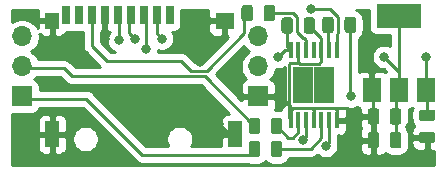
<source format=gbr>
%TF.GenerationSoftware,KiCad,Pcbnew,(5.1.6)-1*%
%TF.CreationDate,2021-02-04T13:42:59-06:00*%
%TF.ProjectId,Pikatea SD card Module,50696b61-7465-4612-9053-442063617264,rev?*%
%TF.SameCoordinates,Original*%
%TF.FileFunction,Copper,L1,Top*%
%TF.FilePolarity,Positive*%
%FSLAX46Y46*%
G04 Gerber Fmt 4.6, Leading zero omitted, Abs format (unit mm)*
G04 Created by KiCad (PCBNEW (5.1.6)-1) date 2021-02-04 13:42:59*
%MOMM*%
%LPD*%
G01*
G04 APERTURE LIST*
%TA.AperFunction,ComponentPad*%
%ADD10O,1.700000X1.700000*%
%TD*%
%TA.AperFunction,ComponentPad*%
%ADD11R,1.700000X1.700000*%
%TD*%
%TA.AperFunction,SMDPad,CuDef*%
%ADD12R,1.800000X1.500000*%
%TD*%
%TA.AperFunction,SMDPad,CuDef*%
%ADD13R,0.450000X1.450000*%
%TD*%
%TA.AperFunction,SMDPad,CuDef*%
%ADD14R,0.700000X1.600000*%
%TD*%
%TA.AperFunction,SMDPad,CuDef*%
%ADD15R,1.200000X1.400000*%
%TD*%
%TA.AperFunction,SMDPad,CuDef*%
%ADD16R,1.600000X1.400000*%
%TD*%
%TA.AperFunction,SMDPad,CuDef*%
%ADD17R,1.200000X2.200000*%
%TD*%
%TA.AperFunction,SMDPad,CuDef*%
%ADD18R,1.500000X2.000000*%
%TD*%
%TA.AperFunction,SMDPad,CuDef*%
%ADD19R,3.800000X2.000000*%
%TD*%
%TA.AperFunction,ViaPad*%
%ADD20C,0.800000*%
%TD*%
%TA.AperFunction,Conductor*%
%ADD21C,0.250000*%
%TD*%
%TA.AperFunction,Conductor*%
%ADD22C,0.254000*%
%TD*%
G04 APERTURE END LIST*
%TO.P,R2,2*%
%TO.N,CS*%
%TA.AperFunction,SMDPad,CuDef*%
G36*
G01*
X217800000Y-75906250D02*
X217800000Y-74993750D01*
G75*
G02*
X218043750Y-74750000I243750J0D01*
G01*
X218531250Y-74750000D01*
G75*
G02*
X218775000Y-74993750I0J-243750D01*
G01*
X218775000Y-75906250D01*
G75*
G02*
X218531250Y-76150000I-243750J0D01*
G01*
X218043750Y-76150000D01*
G75*
G02*
X217800000Y-75906250I0J243750D01*
G01*
G37*
%TD.AperFunction*%
%TO.P,R2,1*%
%TO.N,Net-(R2-Pad1)*%
%TA.AperFunction,SMDPad,CuDef*%
G36*
G01*
X215925000Y-75906250D02*
X215925000Y-74993750D01*
G75*
G02*
X216168750Y-74750000I243750J0D01*
G01*
X216656250Y-74750000D01*
G75*
G02*
X216900000Y-74993750I0J-243750D01*
G01*
X216900000Y-75906250D01*
G75*
G02*
X216656250Y-76150000I-243750J0D01*
G01*
X216168750Y-76150000D01*
G75*
G02*
X215925000Y-75906250I0J243750D01*
G01*
G37*
%TD.AperFunction*%
%TD*%
%TO.P,R1,2*%
%TO.N,Net-(R1-Pad2)*%
%TA.AperFunction,SMDPad,CuDef*%
G36*
G01*
X210050000Y-73993750D02*
X210050000Y-74906250D01*
G75*
G02*
X209806250Y-75150000I-243750J0D01*
G01*
X209318750Y-75150000D01*
G75*
G02*
X209075000Y-74906250I0J243750D01*
G01*
X209075000Y-73993750D01*
G75*
G02*
X209318750Y-73750000I243750J0D01*
G01*
X209806250Y-73750000D01*
G75*
G02*
X210050000Y-73993750I0J-243750D01*
G01*
G37*
%TD.AperFunction*%
%TO.P,R1,1*%
%TO.N,Net-(R1-Pad1)*%
%TA.AperFunction,SMDPad,CuDef*%
G36*
G01*
X211925000Y-73993750D02*
X211925000Y-74906250D01*
G75*
G02*
X211681250Y-75150000I-243750J0D01*
G01*
X211193750Y-75150000D01*
G75*
G02*
X210950000Y-74906250I0J243750D01*
G01*
X210950000Y-73993750D01*
G75*
G02*
X211193750Y-73750000I243750J0D01*
G01*
X211681250Y-73750000D01*
G75*
G02*
X211925000Y-73993750I0J-243750D01*
G01*
G37*
%TD.AperFunction*%
%TD*%
%TO.P,R4,2*%
%TO.N,MOSI*%
%TA.AperFunction,SMDPad,CuDef*%
G36*
G01*
X210662500Y-83543750D02*
X210662500Y-84456250D01*
G75*
G02*
X210418750Y-84700000I-243750J0D01*
G01*
X209931250Y-84700000D01*
G75*
G02*
X209687500Y-84456250I0J243750D01*
G01*
X209687500Y-83543750D01*
G75*
G02*
X209931250Y-83300000I243750J0D01*
G01*
X210418750Y-83300000D01*
G75*
G02*
X210662500Y-83543750I0J-243750D01*
G01*
G37*
%TD.AperFunction*%
%TO.P,R4,1*%
%TO.N,Net-(R4-Pad1)*%
%TA.AperFunction,SMDPad,CuDef*%
G36*
G01*
X212537500Y-83543750D02*
X212537500Y-84456250D01*
G75*
G02*
X212293750Y-84700000I-243750J0D01*
G01*
X211806250Y-84700000D01*
G75*
G02*
X211562500Y-84456250I0J243750D01*
G01*
X211562500Y-83543750D01*
G75*
G02*
X211806250Y-83300000I243750J0D01*
G01*
X212293750Y-83300000D01*
G75*
G02*
X212537500Y-83543750I0J-243750D01*
G01*
G37*
%TD.AperFunction*%
%TD*%
%TO.P,R3,2*%
%TO.N,SCK*%
%TA.AperFunction,SMDPad,CuDef*%
G36*
G01*
X210662500Y-85493750D02*
X210662500Y-86406250D01*
G75*
G02*
X210418750Y-86650000I-243750J0D01*
G01*
X209931250Y-86650000D01*
G75*
G02*
X209687500Y-86406250I0J243750D01*
G01*
X209687500Y-85493750D01*
G75*
G02*
X209931250Y-85250000I243750J0D01*
G01*
X210418750Y-85250000D01*
G75*
G02*
X210662500Y-85493750I0J-243750D01*
G01*
G37*
%TD.AperFunction*%
%TO.P,R3,1*%
%TO.N,Net-(R3-Pad1)*%
%TA.AperFunction,SMDPad,CuDef*%
G36*
G01*
X212537500Y-85493750D02*
X212537500Y-86406250D01*
G75*
G02*
X212293750Y-86650000I-243750J0D01*
G01*
X211806250Y-86650000D01*
G75*
G02*
X211562500Y-86406250I0J243750D01*
G01*
X211562500Y-85493750D01*
G75*
G02*
X211806250Y-85250000I243750J0D01*
G01*
X212293750Y-85250000D01*
G75*
G02*
X212537500Y-85493750I0J-243750D01*
G01*
G37*
%TD.AperFunction*%
%TD*%
%TO.P,C4,2*%
%TO.N,GND*%
%TA.AperFunction,SMDPad,CuDef*%
G36*
G01*
X220737500Y-84743750D02*
X220737500Y-85656250D01*
G75*
G02*
X220493750Y-85900000I-243750J0D01*
G01*
X220006250Y-85900000D01*
G75*
G02*
X219762500Y-85656250I0J243750D01*
G01*
X219762500Y-84743750D01*
G75*
G02*
X220006250Y-84500000I243750J0D01*
G01*
X220493750Y-84500000D01*
G75*
G02*
X220737500Y-84743750I0J-243750D01*
G01*
G37*
%TD.AperFunction*%
%TO.P,C4,1*%
%TO.N,3.3v*%
%TA.AperFunction,SMDPad,CuDef*%
G36*
G01*
X222612500Y-84743750D02*
X222612500Y-85656250D01*
G75*
G02*
X222368750Y-85900000I-243750J0D01*
G01*
X221881250Y-85900000D01*
G75*
G02*
X221637500Y-85656250I0J243750D01*
G01*
X221637500Y-84743750D01*
G75*
G02*
X221881250Y-84500000I243750J0D01*
G01*
X222368750Y-84500000D01*
G75*
G02*
X222612500Y-84743750I0J-243750D01*
G01*
G37*
%TD.AperFunction*%
%TD*%
%TO.P,C3,2*%
%TO.N,GND*%
%TA.AperFunction,SMDPad,CuDef*%
G36*
G01*
X220737500Y-82743750D02*
X220737500Y-83656250D01*
G75*
G02*
X220493750Y-83900000I-243750J0D01*
G01*
X220006250Y-83900000D01*
G75*
G02*
X219762500Y-83656250I0J243750D01*
G01*
X219762500Y-82743750D01*
G75*
G02*
X220006250Y-82500000I243750J0D01*
G01*
X220493750Y-82500000D01*
G75*
G02*
X220737500Y-82743750I0J-243750D01*
G01*
G37*
%TD.AperFunction*%
%TO.P,C3,1*%
%TO.N,3.3v*%
%TA.AperFunction,SMDPad,CuDef*%
G36*
G01*
X222612500Y-82743750D02*
X222612500Y-83656250D01*
G75*
G02*
X222368750Y-83900000I-243750J0D01*
G01*
X221881250Y-83900000D01*
G75*
G02*
X221637500Y-83656250I0J243750D01*
G01*
X221637500Y-82743750D01*
G75*
G02*
X221881250Y-82500000I243750J0D01*
G01*
X222368750Y-82500000D01*
G75*
G02*
X222612500Y-82743750I0J-243750D01*
G01*
G37*
%TD.AperFunction*%
%TD*%
%TO.P,C2,2*%
%TO.N,GND*%
%TA.AperFunction,SMDPad,CuDef*%
G36*
G01*
X224343750Y-84487500D02*
X225256250Y-84487500D01*
G75*
G02*
X225500000Y-84731250I0J-243750D01*
G01*
X225500000Y-85218750D01*
G75*
G02*
X225256250Y-85462500I-243750J0D01*
G01*
X224343750Y-85462500D01*
G75*
G02*
X224100000Y-85218750I0J243750D01*
G01*
X224100000Y-84731250D01*
G75*
G02*
X224343750Y-84487500I243750J0D01*
G01*
G37*
%TD.AperFunction*%
%TO.P,C2,1*%
%TO.N,5v*%
%TA.AperFunction,SMDPad,CuDef*%
G36*
G01*
X224343750Y-82612500D02*
X225256250Y-82612500D01*
G75*
G02*
X225500000Y-82856250I0J-243750D01*
G01*
X225500000Y-83343750D01*
G75*
G02*
X225256250Y-83587500I-243750J0D01*
G01*
X224343750Y-83587500D01*
G75*
G02*
X224100000Y-83343750I0J243750D01*
G01*
X224100000Y-82856250D01*
G75*
G02*
X224343750Y-82612500I243750J0D01*
G01*
G37*
%TD.AperFunction*%
%TD*%
%TO.P,C1,2*%
%TO.N,GND*%
%TA.AperFunction,SMDPad,CuDef*%
G36*
G01*
X214337500Y-75956250D02*
X214337500Y-75043750D01*
G75*
G02*
X214581250Y-74800000I243750J0D01*
G01*
X215068750Y-74800000D01*
G75*
G02*
X215312500Y-75043750I0J-243750D01*
G01*
X215312500Y-75956250D01*
G75*
G02*
X215068750Y-76200000I-243750J0D01*
G01*
X214581250Y-76200000D01*
G75*
G02*
X214337500Y-75956250I0J243750D01*
G01*
G37*
%TD.AperFunction*%
%TO.P,C1,1*%
%TO.N,3.3v*%
%TA.AperFunction,SMDPad,CuDef*%
G36*
G01*
X212462500Y-75956250D02*
X212462500Y-75043750D01*
G75*
G02*
X212706250Y-74800000I243750J0D01*
G01*
X213193750Y-74800000D01*
G75*
G02*
X213437500Y-75043750I0J-243750D01*
G01*
X213437500Y-75956250D01*
G75*
G02*
X213193750Y-76200000I-243750J0D01*
G01*
X212706250Y-76200000D01*
G75*
G02*
X212462500Y-75956250I0J243750D01*
G01*
G37*
%TD.AperFunction*%
%TD*%
D10*
%TO.P,J2,3*%
%TO.N,5v*%
X210500000Y-76420000D03*
%TO.P,J2,2*%
%TO.N,Net-(J2-Pad2)*%
X210500000Y-78960000D03*
D11*
%TO.P,J2,1*%
%TO.N,GND*%
X210500000Y-81500000D03*
%TD*%
D10*
%TO.P,J1,3*%
%TO.N,CS*%
X190500000Y-76420000D03*
%TO.P,J1,2*%
%TO.N,MOSI*%
X190500000Y-78960000D03*
D11*
%TO.P,J1,1*%
%TO.N,SCK*%
X190500000Y-81500000D03*
%TD*%
D12*
%TO.P,U2,15*%
%TO.N,N/C*%
X214300000Y-81300000D03*
D13*
%TO.P,U2,14*%
%TO.N,3.3v*%
X213250000Y-77600000D03*
%TO.P,U2,13*%
%TO.N,GND*%
X213900000Y-77600000D03*
%TO.P,U2,12*%
%TO.N,Net-(R1-Pad1)*%
X214550000Y-77600000D03*
%TO.P,U2,11*%
%TO.N,MISO*%
X215200000Y-77600000D03*
%TO.P,U2,10*%
%TO.N,GND*%
X215850000Y-77600000D03*
%TO.P,U2,9*%
%TO.N,Net-(R2-Pad1)*%
X216500000Y-77600000D03*
%TO.P,U2,8*%
%TO.N,Net-(U2-Pad8)*%
X217150000Y-77600000D03*
%TO.P,U2,7*%
%TO.N,GND*%
X217150000Y-83500000D03*
%TO.P,U2,6*%
%TO.N,Net-(U2-Pad6)*%
X216500000Y-83500000D03*
%TO.P,U2,5*%
%TO.N,Net-(R3-Pad1)*%
X215850000Y-83500000D03*
%TO.P,U2,4*%
%TO.N,GND*%
X215200000Y-83500000D03*
%TO.P,U2,3*%
%TO.N,Net-(U2-Pad3)*%
X214550000Y-83500000D03*
%TO.P,U2,2*%
%TO.N,Net-(R4-Pad1)*%
X213900000Y-83500000D03*
%TO.P,U2,1*%
%TO.N,GND*%
X213250000Y-83500000D03*
D12*
%TO.P,U2,15*%
%TO.N,N/C*%
X214300000Y-79800000D03*
X216100000Y-79800000D03*
X216100000Y-81300000D03*
%TD*%
D14*
%TO.P,XS1,3*%
%TO.N,Net-(U2-Pad3)*%
X200800000Y-74600000D03*
%TO.P,XS1,2*%
%TO.N,Net-(U2-Pad8)*%
X201900000Y-74600000D03*
%TO.P,XS1,1*%
%TO.N,Net-(XS1-Pad1)*%
X203000000Y-74600000D03*
%TO.P,XS1,4*%
%TO.N,3.3v*%
X199700000Y-74600000D03*
%TO.P,XS1,5*%
%TO.N,Net-(U2-Pad6)*%
X198600000Y-74600000D03*
%TO.P,XS1,6*%
%TO.N,GND*%
X197500000Y-74600000D03*
%TO.P,XS1,8*%
%TO.N,Net-(XS1-Pad8)*%
X195300000Y-74600000D03*
%TO.P,XS1,7*%
%TO.N,Net-(R1-Pad2)*%
X196400000Y-74600000D03*
%TO.P,XS1,9*%
%TO.N,Net-(XS1-Pad9)*%
X194200000Y-74600000D03*
D15*
%TO.P,XS1,6*%
%TO.N,GND*%
X193050000Y-75100000D03*
D16*
X207650000Y-75100000D03*
D17*
X193050000Y-84700000D03*
X208550000Y-84700000D03*
%TD*%
D18*
%TO.P,U1,1*%
%TO.N,GND*%
X220100000Y-80950000D03*
%TO.P,U1,3*%
%TO.N,5v*%
X224700000Y-80950000D03*
%TO.P,U1,2*%
%TO.N,3.3v*%
X222400000Y-80950000D03*
D19*
X222400000Y-74650000D03*
%TD*%
D20*
%TO.N,GND*%
X207200000Y-83850000D03*
%TO.N,3.3v*%
X212200000Y-78150000D03*
%TO.N,GND*%
X205600000Y-78600000D03*
X197500000Y-76600000D03*
X197550000Y-80900000D03*
X194900000Y-76700000D03*
X223350000Y-84050000D03*
X208300000Y-79000000D03*
%TO.N,3.3v*%
X200050000Y-76650000D03*
X221150000Y-78150000D03*
%TO.N,Net-(U2-Pad3)*%
X201000000Y-77450000D03*
%TO.N,Net-(U2-Pad8)*%
X214950000Y-74125000D03*
X202350000Y-76600000D03*
%TO.N,Net-(U2-Pad6)*%
X198700000Y-76750000D03*
%TO.N,5v*%
X224700000Y-78150000D03*
%TO.N,CS*%
X218350000Y-81500000D03*
%TO.N,Net-(U2-Pad3)*%
X214250000Y-85225000D03*
%TO.N,Net-(U2-Pad6)*%
X216232186Y-85693119D03*
%TD*%
D21*
%TO.N,GND*%
X215035001Y-82449999D02*
X215200000Y-82614998D01*
X213414999Y-82449999D02*
X215035001Y-82449999D01*
X215200000Y-82614998D02*
X215200000Y-83500000D01*
X213250000Y-82614998D02*
X213414999Y-82449999D01*
X213250000Y-83500000D02*
X213250000Y-82614998D01*
X217150000Y-82614998D02*
X217150000Y-83500000D01*
X215250001Y-82449999D02*
X216985001Y-82449999D01*
X216985001Y-82449999D02*
X217150000Y-82614998D01*
X215200000Y-82500000D02*
X215250001Y-82449999D01*
X215200000Y-83500000D02*
X215200000Y-82500000D01*
X215850000Y-78485002D02*
X215850000Y-77600000D01*
X215610003Y-78724999D02*
X215850000Y-78485002D01*
X214024999Y-78724999D02*
X215610003Y-78724999D01*
X213900000Y-78600000D02*
X214024999Y-78724999D01*
X213900000Y-77600000D02*
X213900000Y-78600000D01*
X213074999Y-83324999D02*
X213250000Y-83500000D01*
X213214997Y-78650001D02*
X213074999Y-78789999D01*
X213849999Y-78650001D02*
X213214997Y-78650001D01*
X213900000Y-78600000D02*
X213849999Y-78650001D01*
X208550000Y-84700000D02*
X208050000Y-84700000D01*
X208050000Y-84700000D02*
X207200000Y-83850000D01*
%TO.N,3.3v*%
X213250000Y-77600000D02*
X212750000Y-77600000D01*
X212750000Y-77600000D02*
X212200000Y-78150000D01*
X222400000Y-80950000D02*
X222400000Y-74650000D01*
%TO.N,GND*%
X220300000Y-81150000D02*
X220100000Y-80950000D01*
X213074999Y-78789999D02*
X213074999Y-83324999D01*
X213250000Y-83500000D02*
X213250000Y-82400000D01*
X212350000Y-81500000D02*
X210500000Y-81500000D01*
X213250000Y-82400000D02*
X212350000Y-81500000D01*
X207650000Y-75100000D02*
X207650000Y-76550000D01*
X207650000Y-76550000D02*
X205600000Y-78600000D01*
X197500000Y-74600000D02*
X197500000Y-76600000D01*
X220250000Y-85150000D02*
X220300000Y-85200000D01*
X220250000Y-83200000D02*
X220250000Y-85150000D01*
X220250000Y-81100000D02*
X220100000Y-80950000D01*
X220250000Y-83200000D02*
X220250000Y-81100000D01*
X218750000Y-83200000D02*
X220250000Y-83200000D01*
X216985001Y-82449999D02*
X217999999Y-82449999D01*
X217999999Y-82449999D02*
X218750000Y-83200000D01*
X215850000Y-76525000D02*
X214825000Y-75500000D01*
X215850000Y-77600000D02*
X215850000Y-76525000D01*
X194650000Y-76700000D02*
X194900000Y-76700000D01*
%TO.N,3.3v*%
X200050000Y-76650000D02*
X199550000Y-76150000D01*
X199550000Y-74750000D02*
X199700000Y-74600000D01*
X199550000Y-76150000D02*
X199550000Y-74750000D01*
X222125000Y-85150000D02*
X222175000Y-85200000D01*
X222125000Y-83200000D02*
X222125000Y-85150000D01*
X222400000Y-80950000D02*
X222400000Y-79400000D01*
X222400000Y-79400000D02*
X221150000Y-78150000D01*
X212950000Y-77300000D02*
X213250000Y-77600000D01*
X212950000Y-75500000D02*
X212950000Y-77300000D01*
X222125000Y-81225000D02*
X222400000Y-80950000D01*
X222125000Y-83200000D02*
X222125000Y-81225000D01*
%TO.N,5v*%
X224700000Y-80950000D02*
X225300000Y-81550000D01*
%TO.N,Net-(R1-Pad2)*%
X196400000Y-77200000D02*
X196400000Y-74600000D01*
X197700000Y-78500000D02*
X196400000Y-77200000D01*
X204000000Y-78500000D02*
X197700000Y-78500000D01*
X204825001Y-79325001D02*
X204000000Y-78500000D01*
X209324999Y-76125001D02*
X206124999Y-79325001D01*
X206124999Y-79325001D02*
X204825001Y-79325001D01*
%TO.N,Net-(R3-Pad1)*%
X215850000Y-85050000D02*
X215850000Y-83500000D01*
X214950000Y-85950000D02*
X215850000Y-85050000D01*
%TO.N,Net-(U2-Pad3)*%
X214550000Y-83500000D02*
X214550000Y-84800000D01*
X201000000Y-74800000D02*
X200800000Y-74600000D01*
X201000000Y-77450000D02*
X201000000Y-74800000D01*
%TO.N,Net-(U2-Pad8)*%
X215015010Y-74059990D02*
X214950000Y-74125000D01*
X201900000Y-76150000D02*
X201900000Y-74600000D01*
X202350000Y-76600000D02*
X201900000Y-76150000D01*
%TO.N,Net-(U2-Pad6)*%
X216500000Y-83500000D02*
X216500000Y-85036410D01*
X198700000Y-74700000D02*
X198600000Y-74600000D01*
X198700000Y-76750000D02*
X198700000Y-74700000D01*
%TO.N,5v*%
X224700000Y-78150000D02*
X224700000Y-80950000D01*
X224700000Y-80950000D02*
X224700000Y-81400000D01*
X224800000Y-81500000D02*
X224800000Y-83100000D01*
X224700000Y-81400000D02*
X224800000Y-81500000D01*
%TO.N,Net-(R1-Pad2)*%
X209562500Y-74450000D02*
X209400000Y-74450000D01*
X209324999Y-74525001D02*
X209324999Y-75724999D01*
X209400000Y-74450000D02*
X209324999Y-74525001D01*
X209324999Y-75724999D02*
X209324999Y-76125001D01*
%TO.N,Net-(R1-Pad1)*%
X213404350Y-74450000D02*
X211437500Y-74450000D01*
X213762510Y-74808160D02*
X213404350Y-74450000D01*
X213762510Y-76062510D02*
X213762510Y-74808160D01*
X214249999Y-76549999D02*
X213762510Y-76062510D01*
X214385001Y-76549999D02*
X214249999Y-76549999D01*
X214550000Y-76714998D02*
X214385001Y-76549999D01*
X214550000Y-77600000D02*
X214550000Y-76714998D01*
%TO.N,CS*%
X218287500Y-75450000D02*
X218287500Y-81437500D01*
X218287500Y-81437500D02*
X218350000Y-81500000D01*
%TO.N,Net-(R2-Pad1)*%
X216412500Y-77512500D02*
X216500000Y-77600000D01*
X216412500Y-75450000D02*
X216412500Y-77512500D01*
%TO.N,SCK*%
X209689473Y-86435527D02*
X200685527Y-86435527D01*
X210175000Y-85950000D02*
X209689473Y-86435527D01*
X200685527Y-86435527D02*
X195950000Y-81700000D01*
X190700000Y-81700000D02*
X190500000Y-81500000D01*
X195950000Y-81700000D02*
X190700000Y-81700000D01*
%TO.N,Net-(R3-Pad1)*%
X212050000Y-85950000D02*
X214950000Y-85950000D01*
%TO.N,MOSI*%
X205950011Y-79775011D02*
X194725011Y-79775011D01*
X210175000Y-84000000D02*
X205950011Y-79775011D01*
X194725011Y-79775011D02*
X194050000Y-79100000D01*
X190640000Y-79100000D02*
X190500000Y-78960000D01*
X194050000Y-79100000D02*
X190640000Y-79100000D01*
%TO.N,Net-(R4-Pad1)*%
X213050000Y-85000000D02*
X212050000Y-84000000D01*
X213400000Y-85000000D02*
X213050000Y-85000000D01*
X213900000Y-83500000D02*
X213900000Y-84500000D01*
X213900000Y-84500000D02*
X213400000Y-85000000D01*
%TO.N,Net-(U2-Pad3)*%
X214550000Y-84800000D02*
X214550000Y-84925000D01*
X214550000Y-84925000D02*
X214250000Y-85225000D01*
%TO.N,Net-(U2-Pad8)*%
X214950000Y-74125000D02*
X216525000Y-74125000D01*
X216591850Y-74125000D02*
X216525000Y-74125000D01*
X217225010Y-74758160D02*
X216591850Y-74125000D01*
X217225010Y-76141840D02*
X217225010Y-74758160D01*
X217150000Y-76216850D02*
X217225010Y-76141840D01*
X217150000Y-77600000D02*
X217150000Y-76216850D01*
%TO.N,Net-(U2-Pad6)*%
X216500000Y-85036410D02*
X216500000Y-85425305D01*
X216500000Y-85425305D02*
X216232186Y-85693119D01*
%TD*%
D22*
%TO.N,GND*%
G36*
X218898815Y-82401185D02*
G01*
X218995506Y-82480537D01*
X219105820Y-82539502D01*
X219124764Y-82545248D01*
X219127500Y-82914250D01*
X219286250Y-83073000D01*
X220123000Y-83073000D01*
X220123000Y-83053000D01*
X220377000Y-83053000D01*
X220377000Y-83073000D01*
X220397000Y-83073000D01*
X220397000Y-83327000D01*
X220377000Y-83327000D01*
X220377000Y-85073000D01*
X220397000Y-85073000D01*
X220397000Y-85327000D01*
X220377000Y-85327000D01*
X220377000Y-86376250D01*
X220535750Y-86535000D01*
X220737500Y-86538072D01*
X220861982Y-86525812D01*
X220981680Y-86489502D01*
X221091994Y-86430537D01*
X221188685Y-86351185D01*
X221252492Y-86273436D01*
X221257708Y-86279792D01*
X221391336Y-86389458D01*
X221543791Y-86470947D01*
X221709215Y-86521128D01*
X221881250Y-86538072D01*
X222368750Y-86538072D01*
X222540785Y-86521128D01*
X222706209Y-86470947D01*
X222858664Y-86389458D01*
X222992292Y-86279792D01*
X223101958Y-86146164D01*
X223183447Y-85993709D01*
X223233628Y-85828285D01*
X223250572Y-85656250D01*
X223250572Y-85462500D01*
X223461928Y-85462500D01*
X223474188Y-85586982D01*
X223510498Y-85706680D01*
X223569463Y-85816994D01*
X223648815Y-85913685D01*
X223745506Y-85993037D01*
X223855820Y-86052002D01*
X223975518Y-86088312D01*
X224100000Y-86100572D01*
X224514250Y-86097500D01*
X224673000Y-85938750D01*
X224673000Y-85102000D01*
X223623750Y-85102000D01*
X223465000Y-85260750D01*
X223461928Y-85462500D01*
X223250572Y-85462500D01*
X223250572Y-84743750D01*
X223233628Y-84571715D01*
X223183447Y-84406291D01*
X223101958Y-84253836D01*
X223057776Y-84200000D01*
X223101958Y-84146164D01*
X223183447Y-83993709D01*
X223233628Y-83828285D01*
X223250572Y-83656250D01*
X223250572Y-82743750D01*
X223234420Y-82579758D01*
X223274482Y-82575812D01*
X223394180Y-82539502D01*
X223504494Y-82480537D01*
X223550000Y-82443191D01*
X223563528Y-82454293D01*
X223529053Y-82518791D01*
X223478872Y-82684215D01*
X223461928Y-82856250D01*
X223461928Y-83343750D01*
X223478872Y-83515785D01*
X223529053Y-83681209D01*
X223610542Y-83833664D01*
X223720208Y-83967292D01*
X223726564Y-83972508D01*
X223648815Y-84036315D01*
X223569463Y-84133006D01*
X223510498Y-84243320D01*
X223474188Y-84363018D01*
X223461928Y-84487500D01*
X223465000Y-84689250D01*
X223623750Y-84848000D01*
X224673000Y-84848000D01*
X224673000Y-84828000D01*
X224927000Y-84828000D01*
X224927000Y-84848000D01*
X224947000Y-84848000D01*
X224947000Y-85102000D01*
X224927000Y-85102000D01*
X224927000Y-85938750D01*
X225085750Y-86097500D01*
X225340000Y-86099385D01*
X225340000Y-87340000D01*
X189660000Y-87340000D01*
X189660000Y-85800000D01*
X191811928Y-85800000D01*
X191824188Y-85924482D01*
X191860498Y-86044180D01*
X191919463Y-86154494D01*
X191998815Y-86251185D01*
X192095506Y-86330537D01*
X192205820Y-86389502D01*
X192325518Y-86425812D01*
X192450000Y-86438072D01*
X192764250Y-86435000D01*
X192923000Y-86276250D01*
X192923000Y-84827000D01*
X193177000Y-84827000D01*
X193177000Y-86276250D01*
X193335750Y-86435000D01*
X193650000Y-86438072D01*
X193774482Y-86425812D01*
X193894180Y-86389502D01*
X194004494Y-86330537D01*
X194101185Y-86251185D01*
X194180537Y-86154494D01*
X194239502Y-86044180D01*
X194275812Y-85924482D01*
X194288072Y-85800000D01*
X194285010Y-84988212D01*
X194735000Y-84988212D01*
X194735000Y-85211788D01*
X194778617Y-85431067D01*
X194864176Y-85637624D01*
X194988388Y-85823520D01*
X195146480Y-85981612D01*
X195332376Y-86105824D01*
X195538933Y-86191383D01*
X195758212Y-86235000D01*
X195981788Y-86235000D01*
X196201067Y-86191383D01*
X196407624Y-86105824D01*
X196593520Y-85981612D01*
X196751612Y-85823520D01*
X196875824Y-85637624D01*
X196961383Y-85431067D01*
X197005000Y-85211788D01*
X197005000Y-84988212D01*
X196961383Y-84768933D01*
X196875824Y-84562376D01*
X196751612Y-84376480D01*
X196593520Y-84218388D01*
X196407624Y-84094176D01*
X196201067Y-84008617D01*
X195981788Y-83965000D01*
X195758212Y-83965000D01*
X195538933Y-84008617D01*
X195332376Y-84094176D01*
X195146480Y-84218388D01*
X194988388Y-84376480D01*
X194864176Y-84562376D01*
X194778617Y-84768933D01*
X194735000Y-84988212D01*
X194285010Y-84988212D01*
X194285000Y-84985750D01*
X194126250Y-84827000D01*
X193177000Y-84827000D01*
X192923000Y-84827000D01*
X191973750Y-84827000D01*
X191815000Y-84985750D01*
X191811928Y-85800000D01*
X189660000Y-85800000D01*
X189660000Y-83600000D01*
X191811928Y-83600000D01*
X191815000Y-84414250D01*
X191973750Y-84573000D01*
X192923000Y-84573000D01*
X192923000Y-83123750D01*
X193177000Y-83123750D01*
X193177000Y-84573000D01*
X194126250Y-84573000D01*
X194285000Y-84414250D01*
X194288072Y-83600000D01*
X194275812Y-83475518D01*
X194239502Y-83355820D01*
X194180537Y-83245506D01*
X194101185Y-83148815D01*
X194004494Y-83069463D01*
X193894180Y-83010498D01*
X193774482Y-82974188D01*
X193650000Y-82961928D01*
X193335750Y-82965000D01*
X193177000Y-83123750D01*
X192923000Y-83123750D01*
X192764250Y-82965000D01*
X192450000Y-82961928D01*
X192325518Y-82974188D01*
X192205820Y-83010498D01*
X192095506Y-83069463D01*
X191998815Y-83148815D01*
X191919463Y-83245506D01*
X191860498Y-83355820D01*
X191824188Y-83475518D01*
X191811928Y-83600000D01*
X189660000Y-83600000D01*
X189660000Y-82988072D01*
X191350000Y-82988072D01*
X191474482Y-82975812D01*
X191594180Y-82939502D01*
X191704494Y-82880537D01*
X191801185Y-82801185D01*
X191880537Y-82704494D01*
X191939502Y-82594180D01*
X191975812Y-82474482D01*
X191977238Y-82460000D01*
X195635199Y-82460000D01*
X200121728Y-86946530D01*
X200145526Y-86975528D01*
X200174524Y-86999326D01*
X200261251Y-87070501D01*
X200393280Y-87141073D01*
X200536541Y-87184530D01*
X200685527Y-87199204D01*
X200722860Y-87195527D01*
X209546234Y-87195527D01*
X209593791Y-87220947D01*
X209759215Y-87271128D01*
X209931250Y-87288072D01*
X210418750Y-87288072D01*
X210590785Y-87271128D01*
X210756209Y-87220947D01*
X210908664Y-87139458D01*
X211042292Y-87029792D01*
X211112500Y-86944244D01*
X211182708Y-87029792D01*
X211316336Y-87139458D01*
X211468791Y-87220947D01*
X211634215Y-87271128D01*
X211806250Y-87288072D01*
X212293750Y-87288072D01*
X212465785Y-87271128D01*
X212631209Y-87220947D01*
X212783664Y-87139458D01*
X212917292Y-87029792D01*
X213026958Y-86896164D01*
X213108447Y-86743709D01*
X213118673Y-86710000D01*
X214912678Y-86710000D01*
X214950000Y-86713676D01*
X214987322Y-86710000D01*
X214987333Y-86710000D01*
X215098986Y-86699003D01*
X215242247Y-86655546D01*
X215374276Y-86584974D01*
X215490001Y-86490001D01*
X215513803Y-86460998D01*
X215525079Y-86449723D01*
X215572412Y-86497056D01*
X215741930Y-86610324D01*
X215930288Y-86688345D01*
X216130247Y-86728119D01*
X216334125Y-86728119D01*
X216534084Y-86688345D01*
X216722442Y-86610324D01*
X216891960Y-86497056D01*
X217036123Y-86352893D01*
X217149391Y-86183375D01*
X217227412Y-85995017D01*
X217246311Y-85900000D01*
X219124428Y-85900000D01*
X219136688Y-86024482D01*
X219172998Y-86144180D01*
X219231963Y-86254494D01*
X219311315Y-86351185D01*
X219408006Y-86430537D01*
X219518320Y-86489502D01*
X219638018Y-86525812D01*
X219762500Y-86538072D01*
X219964250Y-86535000D01*
X220123000Y-86376250D01*
X220123000Y-85327000D01*
X219286250Y-85327000D01*
X219127500Y-85485750D01*
X219124428Y-85900000D01*
X217246311Y-85900000D01*
X217267186Y-85795058D01*
X217267186Y-85591180D01*
X217253912Y-85524447D01*
X217260000Y-85462637D01*
X217260000Y-85462629D01*
X217263676Y-85425306D01*
X217260000Y-85387983D01*
X217260000Y-84860000D01*
X217277002Y-84860000D01*
X217277002Y-84730252D01*
X217406750Y-84860000D01*
X217508996Y-84848844D01*
X217628127Y-84810715D01*
X217737531Y-84750078D01*
X217833003Y-84669263D01*
X217910874Y-84571375D01*
X217968151Y-84460175D01*
X218002634Y-84339939D01*
X218012998Y-84215285D01*
X218010798Y-83900000D01*
X219124428Y-83900000D01*
X219136688Y-84024482D01*
X219172998Y-84144180D01*
X219202835Y-84200000D01*
X219172998Y-84255820D01*
X219136688Y-84375518D01*
X219124428Y-84500000D01*
X219127500Y-84914250D01*
X219286250Y-85073000D01*
X220123000Y-85073000D01*
X220123000Y-83327000D01*
X219286250Y-83327000D01*
X219127500Y-83485750D01*
X219124428Y-83900000D01*
X218010798Y-83900000D01*
X218010000Y-83785750D01*
X217851250Y-83627000D01*
X217363072Y-83627000D01*
X217363072Y-83373000D01*
X217851250Y-83373000D01*
X218010000Y-83214250D01*
X218012998Y-82784715D01*
X218002634Y-82660061D01*
X217968151Y-82539825D01*
X217917264Y-82441031D01*
X218048102Y-82495226D01*
X218248061Y-82535000D01*
X218451939Y-82535000D01*
X218651898Y-82495226D01*
X218840256Y-82417205D01*
X218886567Y-82386261D01*
X218898815Y-82401185D01*
G37*
X218898815Y-82401185D02*
X218995506Y-82480537D01*
X219105820Y-82539502D01*
X219124764Y-82545248D01*
X219127500Y-82914250D01*
X219286250Y-83073000D01*
X220123000Y-83073000D01*
X220123000Y-83053000D01*
X220377000Y-83053000D01*
X220377000Y-83073000D01*
X220397000Y-83073000D01*
X220397000Y-83327000D01*
X220377000Y-83327000D01*
X220377000Y-85073000D01*
X220397000Y-85073000D01*
X220397000Y-85327000D01*
X220377000Y-85327000D01*
X220377000Y-86376250D01*
X220535750Y-86535000D01*
X220737500Y-86538072D01*
X220861982Y-86525812D01*
X220981680Y-86489502D01*
X221091994Y-86430537D01*
X221188685Y-86351185D01*
X221252492Y-86273436D01*
X221257708Y-86279792D01*
X221391336Y-86389458D01*
X221543791Y-86470947D01*
X221709215Y-86521128D01*
X221881250Y-86538072D01*
X222368750Y-86538072D01*
X222540785Y-86521128D01*
X222706209Y-86470947D01*
X222858664Y-86389458D01*
X222992292Y-86279792D01*
X223101958Y-86146164D01*
X223183447Y-85993709D01*
X223233628Y-85828285D01*
X223250572Y-85656250D01*
X223250572Y-85462500D01*
X223461928Y-85462500D01*
X223474188Y-85586982D01*
X223510498Y-85706680D01*
X223569463Y-85816994D01*
X223648815Y-85913685D01*
X223745506Y-85993037D01*
X223855820Y-86052002D01*
X223975518Y-86088312D01*
X224100000Y-86100572D01*
X224514250Y-86097500D01*
X224673000Y-85938750D01*
X224673000Y-85102000D01*
X223623750Y-85102000D01*
X223465000Y-85260750D01*
X223461928Y-85462500D01*
X223250572Y-85462500D01*
X223250572Y-84743750D01*
X223233628Y-84571715D01*
X223183447Y-84406291D01*
X223101958Y-84253836D01*
X223057776Y-84200000D01*
X223101958Y-84146164D01*
X223183447Y-83993709D01*
X223233628Y-83828285D01*
X223250572Y-83656250D01*
X223250572Y-82743750D01*
X223234420Y-82579758D01*
X223274482Y-82575812D01*
X223394180Y-82539502D01*
X223504494Y-82480537D01*
X223550000Y-82443191D01*
X223563528Y-82454293D01*
X223529053Y-82518791D01*
X223478872Y-82684215D01*
X223461928Y-82856250D01*
X223461928Y-83343750D01*
X223478872Y-83515785D01*
X223529053Y-83681209D01*
X223610542Y-83833664D01*
X223720208Y-83967292D01*
X223726564Y-83972508D01*
X223648815Y-84036315D01*
X223569463Y-84133006D01*
X223510498Y-84243320D01*
X223474188Y-84363018D01*
X223461928Y-84487500D01*
X223465000Y-84689250D01*
X223623750Y-84848000D01*
X224673000Y-84848000D01*
X224673000Y-84828000D01*
X224927000Y-84828000D01*
X224927000Y-84848000D01*
X224947000Y-84848000D01*
X224947000Y-85102000D01*
X224927000Y-85102000D01*
X224927000Y-85938750D01*
X225085750Y-86097500D01*
X225340000Y-86099385D01*
X225340000Y-87340000D01*
X189660000Y-87340000D01*
X189660000Y-85800000D01*
X191811928Y-85800000D01*
X191824188Y-85924482D01*
X191860498Y-86044180D01*
X191919463Y-86154494D01*
X191998815Y-86251185D01*
X192095506Y-86330537D01*
X192205820Y-86389502D01*
X192325518Y-86425812D01*
X192450000Y-86438072D01*
X192764250Y-86435000D01*
X192923000Y-86276250D01*
X192923000Y-84827000D01*
X193177000Y-84827000D01*
X193177000Y-86276250D01*
X193335750Y-86435000D01*
X193650000Y-86438072D01*
X193774482Y-86425812D01*
X193894180Y-86389502D01*
X194004494Y-86330537D01*
X194101185Y-86251185D01*
X194180537Y-86154494D01*
X194239502Y-86044180D01*
X194275812Y-85924482D01*
X194288072Y-85800000D01*
X194285010Y-84988212D01*
X194735000Y-84988212D01*
X194735000Y-85211788D01*
X194778617Y-85431067D01*
X194864176Y-85637624D01*
X194988388Y-85823520D01*
X195146480Y-85981612D01*
X195332376Y-86105824D01*
X195538933Y-86191383D01*
X195758212Y-86235000D01*
X195981788Y-86235000D01*
X196201067Y-86191383D01*
X196407624Y-86105824D01*
X196593520Y-85981612D01*
X196751612Y-85823520D01*
X196875824Y-85637624D01*
X196961383Y-85431067D01*
X197005000Y-85211788D01*
X197005000Y-84988212D01*
X196961383Y-84768933D01*
X196875824Y-84562376D01*
X196751612Y-84376480D01*
X196593520Y-84218388D01*
X196407624Y-84094176D01*
X196201067Y-84008617D01*
X195981788Y-83965000D01*
X195758212Y-83965000D01*
X195538933Y-84008617D01*
X195332376Y-84094176D01*
X195146480Y-84218388D01*
X194988388Y-84376480D01*
X194864176Y-84562376D01*
X194778617Y-84768933D01*
X194735000Y-84988212D01*
X194285010Y-84988212D01*
X194285000Y-84985750D01*
X194126250Y-84827000D01*
X193177000Y-84827000D01*
X192923000Y-84827000D01*
X191973750Y-84827000D01*
X191815000Y-84985750D01*
X191811928Y-85800000D01*
X189660000Y-85800000D01*
X189660000Y-83600000D01*
X191811928Y-83600000D01*
X191815000Y-84414250D01*
X191973750Y-84573000D01*
X192923000Y-84573000D01*
X192923000Y-83123750D01*
X193177000Y-83123750D01*
X193177000Y-84573000D01*
X194126250Y-84573000D01*
X194285000Y-84414250D01*
X194288072Y-83600000D01*
X194275812Y-83475518D01*
X194239502Y-83355820D01*
X194180537Y-83245506D01*
X194101185Y-83148815D01*
X194004494Y-83069463D01*
X193894180Y-83010498D01*
X193774482Y-82974188D01*
X193650000Y-82961928D01*
X193335750Y-82965000D01*
X193177000Y-83123750D01*
X192923000Y-83123750D01*
X192764250Y-82965000D01*
X192450000Y-82961928D01*
X192325518Y-82974188D01*
X192205820Y-83010498D01*
X192095506Y-83069463D01*
X191998815Y-83148815D01*
X191919463Y-83245506D01*
X191860498Y-83355820D01*
X191824188Y-83475518D01*
X191811928Y-83600000D01*
X189660000Y-83600000D01*
X189660000Y-82988072D01*
X191350000Y-82988072D01*
X191474482Y-82975812D01*
X191594180Y-82939502D01*
X191704494Y-82880537D01*
X191801185Y-82801185D01*
X191880537Y-82704494D01*
X191939502Y-82594180D01*
X191975812Y-82474482D01*
X191977238Y-82460000D01*
X195635199Y-82460000D01*
X200121728Y-86946530D01*
X200145526Y-86975528D01*
X200174524Y-86999326D01*
X200261251Y-87070501D01*
X200393280Y-87141073D01*
X200536541Y-87184530D01*
X200685527Y-87199204D01*
X200722860Y-87195527D01*
X209546234Y-87195527D01*
X209593791Y-87220947D01*
X209759215Y-87271128D01*
X209931250Y-87288072D01*
X210418750Y-87288072D01*
X210590785Y-87271128D01*
X210756209Y-87220947D01*
X210908664Y-87139458D01*
X211042292Y-87029792D01*
X211112500Y-86944244D01*
X211182708Y-87029792D01*
X211316336Y-87139458D01*
X211468791Y-87220947D01*
X211634215Y-87271128D01*
X211806250Y-87288072D01*
X212293750Y-87288072D01*
X212465785Y-87271128D01*
X212631209Y-87220947D01*
X212783664Y-87139458D01*
X212917292Y-87029792D01*
X213026958Y-86896164D01*
X213108447Y-86743709D01*
X213118673Y-86710000D01*
X214912678Y-86710000D01*
X214950000Y-86713676D01*
X214987322Y-86710000D01*
X214987333Y-86710000D01*
X215098986Y-86699003D01*
X215242247Y-86655546D01*
X215374276Y-86584974D01*
X215490001Y-86490001D01*
X215513803Y-86460998D01*
X215525079Y-86449723D01*
X215572412Y-86497056D01*
X215741930Y-86610324D01*
X215930288Y-86688345D01*
X216130247Y-86728119D01*
X216334125Y-86728119D01*
X216534084Y-86688345D01*
X216722442Y-86610324D01*
X216891960Y-86497056D01*
X217036123Y-86352893D01*
X217149391Y-86183375D01*
X217227412Y-85995017D01*
X217246311Y-85900000D01*
X219124428Y-85900000D01*
X219136688Y-86024482D01*
X219172998Y-86144180D01*
X219231963Y-86254494D01*
X219311315Y-86351185D01*
X219408006Y-86430537D01*
X219518320Y-86489502D01*
X219638018Y-86525812D01*
X219762500Y-86538072D01*
X219964250Y-86535000D01*
X220123000Y-86376250D01*
X220123000Y-85327000D01*
X219286250Y-85327000D01*
X219127500Y-85485750D01*
X219124428Y-85900000D01*
X217246311Y-85900000D01*
X217267186Y-85795058D01*
X217267186Y-85591180D01*
X217253912Y-85524447D01*
X217260000Y-85462637D01*
X217260000Y-85462629D01*
X217263676Y-85425306D01*
X217260000Y-85387983D01*
X217260000Y-84860000D01*
X217277002Y-84860000D01*
X217277002Y-84730252D01*
X217406750Y-84860000D01*
X217508996Y-84848844D01*
X217628127Y-84810715D01*
X217737531Y-84750078D01*
X217833003Y-84669263D01*
X217910874Y-84571375D01*
X217968151Y-84460175D01*
X218002634Y-84339939D01*
X218012998Y-84215285D01*
X218010798Y-83900000D01*
X219124428Y-83900000D01*
X219136688Y-84024482D01*
X219172998Y-84144180D01*
X219202835Y-84200000D01*
X219172998Y-84255820D01*
X219136688Y-84375518D01*
X219124428Y-84500000D01*
X219127500Y-84914250D01*
X219286250Y-85073000D01*
X220123000Y-85073000D01*
X220123000Y-83327000D01*
X219286250Y-83327000D01*
X219127500Y-83485750D01*
X219124428Y-83900000D01*
X218010798Y-83900000D01*
X218010000Y-83785750D01*
X217851250Y-83627000D01*
X217363072Y-83627000D01*
X217363072Y-83373000D01*
X217851250Y-83373000D01*
X218010000Y-83214250D01*
X218012998Y-82784715D01*
X218002634Y-82660061D01*
X217968151Y-82539825D01*
X217917264Y-82441031D01*
X218048102Y-82495226D01*
X218248061Y-82535000D01*
X218451939Y-82535000D01*
X218651898Y-82495226D01*
X218840256Y-82417205D01*
X218886567Y-82386261D01*
X218898815Y-82401185D01*
G36*
X194161211Y-80286013D02*
G01*
X194185010Y-80315012D01*
X194300735Y-80409985D01*
X194432764Y-80480557D01*
X194576025Y-80524014D01*
X194687678Y-80535011D01*
X194687686Y-80535011D01*
X194725011Y-80538687D01*
X194762336Y-80535011D01*
X205635210Y-80535011D01*
X208063233Y-82963035D01*
X207950000Y-82961928D01*
X207825518Y-82974188D01*
X207705820Y-83010498D01*
X207595506Y-83069463D01*
X207498815Y-83148815D01*
X207419463Y-83245506D01*
X207360498Y-83355820D01*
X207324188Y-83475518D01*
X207311928Y-83600000D01*
X207315000Y-84414250D01*
X207473750Y-84573000D01*
X208423000Y-84573000D01*
X208423000Y-84553000D01*
X208677000Y-84553000D01*
X208677000Y-84573000D01*
X208697000Y-84573000D01*
X208697000Y-84827000D01*
X208677000Y-84827000D01*
X208677000Y-84847000D01*
X208423000Y-84847000D01*
X208423000Y-84827000D01*
X207473750Y-84827000D01*
X207315000Y-84985750D01*
X207312398Y-85675527D01*
X204830498Y-85675527D01*
X204855824Y-85637624D01*
X204941383Y-85431067D01*
X204985000Y-85211788D01*
X204985000Y-84988212D01*
X204941383Y-84768933D01*
X204855824Y-84562376D01*
X204731612Y-84376480D01*
X204573520Y-84218388D01*
X204387624Y-84094176D01*
X204181067Y-84008617D01*
X203961788Y-83965000D01*
X203738212Y-83965000D01*
X203518933Y-84008617D01*
X203312376Y-84094176D01*
X203126480Y-84218388D01*
X202968388Y-84376480D01*
X202844176Y-84562376D01*
X202758617Y-84768933D01*
X202715000Y-84988212D01*
X202715000Y-85211788D01*
X202758617Y-85431067D01*
X202844176Y-85637624D01*
X202869502Y-85675527D01*
X201000329Y-85675527D01*
X196513804Y-81189003D01*
X196490001Y-81159999D01*
X196374276Y-81065026D01*
X196242247Y-80994454D01*
X196098986Y-80950997D01*
X195987333Y-80940000D01*
X195987322Y-80940000D01*
X195950000Y-80936324D01*
X195912678Y-80940000D01*
X191988072Y-80940000D01*
X191988072Y-80650000D01*
X191975812Y-80525518D01*
X191939502Y-80405820D01*
X191880537Y-80295506D01*
X191801185Y-80198815D01*
X191704494Y-80119463D01*
X191594180Y-80060498D01*
X191521620Y-80038487D01*
X191653475Y-79906632D01*
X191684633Y-79860000D01*
X193735199Y-79860000D01*
X194161211Y-80286013D01*
G37*
X194161211Y-80286013D02*
X194185010Y-80315012D01*
X194300735Y-80409985D01*
X194432764Y-80480557D01*
X194576025Y-80524014D01*
X194687678Y-80535011D01*
X194687686Y-80535011D01*
X194725011Y-80538687D01*
X194762336Y-80535011D01*
X205635210Y-80535011D01*
X208063233Y-82963035D01*
X207950000Y-82961928D01*
X207825518Y-82974188D01*
X207705820Y-83010498D01*
X207595506Y-83069463D01*
X207498815Y-83148815D01*
X207419463Y-83245506D01*
X207360498Y-83355820D01*
X207324188Y-83475518D01*
X207311928Y-83600000D01*
X207315000Y-84414250D01*
X207473750Y-84573000D01*
X208423000Y-84573000D01*
X208423000Y-84553000D01*
X208677000Y-84553000D01*
X208677000Y-84573000D01*
X208697000Y-84573000D01*
X208697000Y-84827000D01*
X208677000Y-84827000D01*
X208677000Y-84847000D01*
X208423000Y-84847000D01*
X208423000Y-84827000D01*
X207473750Y-84827000D01*
X207315000Y-84985750D01*
X207312398Y-85675527D01*
X204830498Y-85675527D01*
X204855824Y-85637624D01*
X204941383Y-85431067D01*
X204985000Y-85211788D01*
X204985000Y-84988212D01*
X204941383Y-84768933D01*
X204855824Y-84562376D01*
X204731612Y-84376480D01*
X204573520Y-84218388D01*
X204387624Y-84094176D01*
X204181067Y-84008617D01*
X203961788Y-83965000D01*
X203738212Y-83965000D01*
X203518933Y-84008617D01*
X203312376Y-84094176D01*
X203126480Y-84218388D01*
X202968388Y-84376480D01*
X202844176Y-84562376D01*
X202758617Y-84768933D01*
X202715000Y-84988212D01*
X202715000Y-85211788D01*
X202758617Y-85431067D01*
X202844176Y-85637624D01*
X202869502Y-85675527D01*
X201000329Y-85675527D01*
X196513804Y-81189003D01*
X196490001Y-81159999D01*
X196374276Y-81065026D01*
X196242247Y-80994454D01*
X196098986Y-80950997D01*
X195987333Y-80940000D01*
X195987322Y-80940000D01*
X195950000Y-80936324D01*
X195912678Y-80940000D01*
X191988072Y-80940000D01*
X191988072Y-80650000D01*
X191975812Y-80525518D01*
X191939502Y-80405820D01*
X191880537Y-80295506D01*
X191801185Y-80198815D01*
X191704494Y-80119463D01*
X191594180Y-80060498D01*
X191521620Y-80038487D01*
X191653475Y-79906632D01*
X191684633Y-79860000D01*
X193735199Y-79860000D01*
X194161211Y-80286013D01*
G36*
X209346525Y-77366632D02*
G01*
X209553368Y-77573475D01*
X209727760Y-77690000D01*
X209553368Y-77806525D01*
X209346525Y-78013368D01*
X209184010Y-78256589D01*
X209072068Y-78526842D01*
X209015000Y-78813740D01*
X209015000Y-79106260D01*
X209072068Y-79393158D01*
X209184010Y-79663411D01*
X209346525Y-79906632D01*
X209478380Y-80038487D01*
X209405820Y-80060498D01*
X209295506Y-80119463D01*
X209198815Y-80198815D01*
X209119463Y-80295506D01*
X209060498Y-80405820D01*
X209024188Y-80525518D01*
X209011928Y-80650000D01*
X209015000Y-81214250D01*
X209173750Y-81373000D01*
X210373000Y-81373000D01*
X210373000Y-81353000D01*
X210627000Y-81353000D01*
X210627000Y-81373000D01*
X211826250Y-81373000D01*
X211985000Y-81214250D01*
X211988072Y-80650000D01*
X211975812Y-80525518D01*
X211939502Y-80405820D01*
X211880537Y-80295506D01*
X211801185Y-80198815D01*
X211704494Y-80119463D01*
X211594180Y-80060498D01*
X211521620Y-80038487D01*
X211653475Y-79906632D01*
X211815990Y-79663411D01*
X211927932Y-79393158D01*
X211974237Y-79160370D01*
X212098061Y-79185000D01*
X212301939Y-79185000D01*
X212501898Y-79145226D01*
X212690256Y-79067205D01*
X212765163Y-79017154D01*
X212761928Y-79050000D01*
X212761928Y-82050000D01*
X212774188Y-82174482D01*
X212778076Y-82187300D01*
X212771873Y-82189285D01*
X212662469Y-82249922D01*
X212566997Y-82330737D01*
X212489126Y-82428625D01*
X212431849Y-82539825D01*
X212397366Y-82660061D01*
X212396370Y-82672035D01*
X212293750Y-82661928D01*
X211903289Y-82661928D01*
X211939502Y-82594180D01*
X211975812Y-82474482D01*
X211988072Y-82350000D01*
X211985000Y-81785750D01*
X211826250Y-81627000D01*
X210627000Y-81627000D01*
X210627000Y-81647000D01*
X210373000Y-81647000D01*
X210373000Y-81627000D01*
X209173750Y-81627000D01*
X209025276Y-81775474D01*
X206887301Y-79637500D01*
X209271081Y-77253722D01*
X209346525Y-77366632D01*
G37*
X209346525Y-77366632D02*
X209553368Y-77573475D01*
X209727760Y-77690000D01*
X209553368Y-77806525D01*
X209346525Y-78013368D01*
X209184010Y-78256589D01*
X209072068Y-78526842D01*
X209015000Y-78813740D01*
X209015000Y-79106260D01*
X209072068Y-79393158D01*
X209184010Y-79663411D01*
X209346525Y-79906632D01*
X209478380Y-80038487D01*
X209405820Y-80060498D01*
X209295506Y-80119463D01*
X209198815Y-80198815D01*
X209119463Y-80295506D01*
X209060498Y-80405820D01*
X209024188Y-80525518D01*
X209011928Y-80650000D01*
X209015000Y-81214250D01*
X209173750Y-81373000D01*
X210373000Y-81373000D01*
X210373000Y-81353000D01*
X210627000Y-81353000D01*
X210627000Y-81373000D01*
X211826250Y-81373000D01*
X211985000Y-81214250D01*
X211988072Y-80650000D01*
X211975812Y-80525518D01*
X211939502Y-80405820D01*
X211880537Y-80295506D01*
X211801185Y-80198815D01*
X211704494Y-80119463D01*
X211594180Y-80060498D01*
X211521620Y-80038487D01*
X211653475Y-79906632D01*
X211815990Y-79663411D01*
X211927932Y-79393158D01*
X211974237Y-79160370D01*
X212098061Y-79185000D01*
X212301939Y-79185000D01*
X212501898Y-79145226D01*
X212690256Y-79067205D01*
X212765163Y-79017154D01*
X212761928Y-79050000D01*
X212761928Y-82050000D01*
X212774188Y-82174482D01*
X212778076Y-82187300D01*
X212771873Y-82189285D01*
X212662469Y-82249922D01*
X212566997Y-82330737D01*
X212489126Y-82428625D01*
X212431849Y-82539825D01*
X212397366Y-82660061D01*
X212396370Y-82672035D01*
X212293750Y-82661928D01*
X211903289Y-82661928D01*
X211939502Y-82594180D01*
X211975812Y-82474482D01*
X211988072Y-82350000D01*
X211985000Y-81785750D01*
X211826250Y-81627000D01*
X210627000Y-81627000D01*
X210627000Y-81647000D01*
X210373000Y-81647000D01*
X210373000Y-81627000D01*
X209173750Y-81627000D01*
X209025276Y-81775474D01*
X206887301Y-79637500D01*
X209271081Y-77253722D01*
X209346525Y-77366632D01*
G36*
X219861928Y-75650000D02*
G01*
X219874188Y-75774482D01*
X219910498Y-75894180D01*
X219969463Y-76004494D01*
X220048815Y-76101185D01*
X220145506Y-76180537D01*
X220255820Y-76239502D01*
X220375518Y-76275812D01*
X220500000Y-76288072D01*
X221640001Y-76288072D01*
X221640001Y-77232689D01*
X221451898Y-77154774D01*
X221251939Y-77115000D01*
X221048061Y-77115000D01*
X220848102Y-77154774D01*
X220659744Y-77232795D01*
X220490226Y-77346063D01*
X220346063Y-77490226D01*
X220232795Y-77659744D01*
X220154774Y-77848102D01*
X220115000Y-78048061D01*
X220115000Y-78251939D01*
X220154774Y-78451898D01*
X220232795Y-78640256D01*
X220346063Y-78809774D01*
X220490226Y-78953937D01*
X220659744Y-79067205D01*
X220848102Y-79145226D01*
X221048061Y-79185000D01*
X221110199Y-79185000D01*
X221327539Y-79402341D01*
X221295506Y-79419463D01*
X221250000Y-79456809D01*
X221204494Y-79419463D01*
X221094180Y-79360498D01*
X220974482Y-79324188D01*
X220850000Y-79311928D01*
X220385750Y-79315000D01*
X220227000Y-79473750D01*
X220227000Y-80823000D01*
X220247000Y-80823000D01*
X220247000Y-81077000D01*
X220227000Y-81077000D01*
X220227000Y-81097000D01*
X219973000Y-81097000D01*
X219973000Y-81077000D01*
X219953000Y-81077000D01*
X219953000Y-80823000D01*
X219973000Y-80823000D01*
X219973000Y-79473750D01*
X219814250Y-79315000D01*
X219350000Y-79311928D01*
X219225518Y-79324188D01*
X219105820Y-79360498D01*
X219047500Y-79391671D01*
X219047500Y-76617845D01*
X219154792Y-76529792D01*
X219264458Y-76396164D01*
X219345947Y-76243709D01*
X219396128Y-76078285D01*
X219413072Y-75906250D01*
X219413072Y-74993750D01*
X219396128Y-74821715D01*
X219345947Y-74656291D01*
X219264458Y-74503836D01*
X219154792Y-74370208D01*
X219021164Y-74260542D01*
X218868709Y-74179053D01*
X218805900Y-74160000D01*
X219861928Y-74160000D01*
X219861928Y-75650000D01*
G37*
X219861928Y-75650000D02*
X219874188Y-75774482D01*
X219910498Y-75894180D01*
X219969463Y-76004494D01*
X220048815Y-76101185D01*
X220145506Y-76180537D01*
X220255820Y-76239502D01*
X220375518Y-76275812D01*
X220500000Y-76288072D01*
X221640001Y-76288072D01*
X221640001Y-77232689D01*
X221451898Y-77154774D01*
X221251939Y-77115000D01*
X221048061Y-77115000D01*
X220848102Y-77154774D01*
X220659744Y-77232795D01*
X220490226Y-77346063D01*
X220346063Y-77490226D01*
X220232795Y-77659744D01*
X220154774Y-77848102D01*
X220115000Y-78048061D01*
X220115000Y-78251939D01*
X220154774Y-78451898D01*
X220232795Y-78640256D01*
X220346063Y-78809774D01*
X220490226Y-78953937D01*
X220659744Y-79067205D01*
X220848102Y-79145226D01*
X221048061Y-79185000D01*
X221110199Y-79185000D01*
X221327539Y-79402341D01*
X221295506Y-79419463D01*
X221250000Y-79456809D01*
X221204494Y-79419463D01*
X221094180Y-79360498D01*
X220974482Y-79324188D01*
X220850000Y-79311928D01*
X220385750Y-79315000D01*
X220227000Y-79473750D01*
X220227000Y-80823000D01*
X220247000Y-80823000D01*
X220247000Y-81077000D01*
X220227000Y-81077000D01*
X220227000Y-81097000D01*
X219973000Y-81097000D01*
X219973000Y-81077000D01*
X219953000Y-81077000D01*
X219953000Y-80823000D01*
X219973000Y-80823000D01*
X219973000Y-79473750D01*
X219814250Y-79315000D01*
X219350000Y-79311928D01*
X219225518Y-79324188D01*
X219105820Y-79360498D01*
X219047500Y-79391671D01*
X219047500Y-76617845D01*
X219154792Y-76529792D01*
X219264458Y-76396164D01*
X219345947Y-76243709D01*
X219396128Y-76078285D01*
X219413072Y-75906250D01*
X219413072Y-74993750D01*
X219396128Y-74821715D01*
X219345947Y-74656291D01*
X219264458Y-74503836D01*
X219154792Y-74370208D01*
X219021164Y-74260542D01*
X218868709Y-74179053D01*
X218805900Y-74160000D01*
X219861928Y-74160000D01*
X219861928Y-75650000D01*
G36*
X191824188Y-74275518D02*
G01*
X191811928Y-74400000D01*
X191815000Y-74814250D01*
X191973750Y-74973000D01*
X192923000Y-74973000D01*
X192923000Y-74953000D01*
X193177000Y-74953000D01*
X193177000Y-74973000D01*
X193197000Y-74973000D01*
X193197000Y-75227000D01*
X193177000Y-75227000D01*
X193177000Y-76276250D01*
X193335750Y-76435000D01*
X193650000Y-76438072D01*
X193774482Y-76425812D01*
X193894180Y-76389502D01*
X194004494Y-76330537D01*
X194101185Y-76251185D01*
X194180537Y-76154494D01*
X194239502Y-76044180D01*
X194241355Y-76038072D01*
X194550000Y-76038072D01*
X194674482Y-76025812D01*
X194750000Y-76002904D01*
X194825518Y-76025812D01*
X194950000Y-76038072D01*
X195640000Y-76038072D01*
X195640000Y-77162677D01*
X195636324Y-77200000D01*
X195640000Y-77237322D01*
X195640000Y-77237332D01*
X195650997Y-77348985D01*
X195685886Y-77464000D01*
X195694454Y-77492246D01*
X195765026Y-77624276D01*
X195794134Y-77659744D01*
X195859999Y-77740001D01*
X195889003Y-77763804D01*
X197136200Y-79011002D01*
X197139490Y-79015011D01*
X195039813Y-79015011D01*
X194613803Y-78589002D01*
X194590001Y-78559999D01*
X194474276Y-78465026D01*
X194342247Y-78394454D01*
X194198986Y-78350997D01*
X194087333Y-78340000D01*
X194087322Y-78340000D01*
X194050000Y-78336324D01*
X194012678Y-78340000D01*
X191850540Y-78340000D01*
X191815990Y-78256589D01*
X191653475Y-78013368D01*
X191446632Y-77806525D01*
X191272240Y-77690000D01*
X191446632Y-77573475D01*
X191653475Y-77366632D01*
X191815990Y-77123411D01*
X191927932Y-76853158D01*
X191985000Y-76566260D01*
X191985000Y-76273740D01*
X191974658Y-76221750D01*
X191998815Y-76251185D01*
X192095506Y-76330537D01*
X192205820Y-76389502D01*
X192325518Y-76425812D01*
X192450000Y-76438072D01*
X192764250Y-76435000D01*
X192923000Y-76276250D01*
X192923000Y-75227000D01*
X191973750Y-75227000D01*
X191815000Y-75385750D01*
X191812584Y-75711492D01*
X191653475Y-75473368D01*
X191446632Y-75266525D01*
X191203411Y-75104010D01*
X190933158Y-74992068D01*
X190646260Y-74935000D01*
X190353740Y-74935000D01*
X190066842Y-74992068D01*
X189796589Y-75104010D01*
X189660000Y-75195276D01*
X189660000Y-74160000D01*
X191859230Y-74160000D01*
X191824188Y-74275518D01*
G37*
X191824188Y-74275518D02*
X191811928Y-74400000D01*
X191815000Y-74814250D01*
X191973750Y-74973000D01*
X192923000Y-74973000D01*
X192923000Y-74953000D01*
X193177000Y-74953000D01*
X193177000Y-74973000D01*
X193197000Y-74973000D01*
X193197000Y-75227000D01*
X193177000Y-75227000D01*
X193177000Y-76276250D01*
X193335750Y-76435000D01*
X193650000Y-76438072D01*
X193774482Y-76425812D01*
X193894180Y-76389502D01*
X194004494Y-76330537D01*
X194101185Y-76251185D01*
X194180537Y-76154494D01*
X194239502Y-76044180D01*
X194241355Y-76038072D01*
X194550000Y-76038072D01*
X194674482Y-76025812D01*
X194750000Y-76002904D01*
X194825518Y-76025812D01*
X194950000Y-76038072D01*
X195640000Y-76038072D01*
X195640000Y-77162677D01*
X195636324Y-77200000D01*
X195640000Y-77237322D01*
X195640000Y-77237332D01*
X195650997Y-77348985D01*
X195685886Y-77464000D01*
X195694454Y-77492246D01*
X195765026Y-77624276D01*
X195794134Y-77659744D01*
X195859999Y-77740001D01*
X195889003Y-77763804D01*
X197136200Y-79011002D01*
X197139490Y-79015011D01*
X195039813Y-79015011D01*
X194613803Y-78589002D01*
X194590001Y-78559999D01*
X194474276Y-78465026D01*
X194342247Y-78394454D01*
X194198986Y-78350997D01*
X194087333Y-78340000D01*
X194087322Y-78340000D01*
X194050000Y-78336324D01*
X194012678Y-78340000D01*
X191850540Y-78340000D01*
X191815990Y-78256589D01*
X191653475Y-78013368D01*
X191446632Y-77806525D01*
X191272240Y-77690000D01*
X191446632Y-77573475D01*
X191653475Y-77366632D01*
X191815990Y-77123411D01*
X191927932Y-76853158D01*
X191985000Y-76566260D01*
X191985000Y-76273740D01*
X191974658Y-76221750D01*
X191998815Y-76251185D01*
X192095506Y-76330537D01*
X192205820Y-76389502D01*
X192325518Y-76425812D01*
X192450000Y-76438072D01*
X192764250Y-76435000D01*
X192923000Y-76276250D01*
X192923000Y-75227000D01*
X191973750Y-75227000D01*
X191815000Y-75385750D01*
X191812584Y-75711492D01*
X191653475Y-75473368D01*
X191446632Y-75266525D01*
X191203411Y-75104010D01*
X190933158Y-74992068D01*
X190646260Y-74935000D01*
X190353740Y-74935000D01*
X190066842Y-74992068D01*
X189796589Y-75104010D01*
X189660000Y-75195276D01*
X189660000Y-74160000D01*
X191859230Y-74160000D01*
X191824188Y-74275518D01*
G36*
X206224188Y-74275518D02*
G01*
X206211928Y-74400000D01*
X206215000Y-74814250D01*
X206373750Y-74973000D01*
X207523000Y-74973000D01*
X207523000Y-74953000D01*
X207777000Y-74953000D01*
X207777000Y-74973000D01*
X207797000Y-74973000D01*
X207797000Y-75227000D01*
X207777000Y-75227000D01*
X207777000Y-76276250D01*
X207935750Y-76435000D01*
X207940171Y-76435026D01*
X205810198Y-78565001D01*
X205139803Y-78565001D01*
X204563803Y-77989002D01*
X204540001Y-77959999D01*
X204424276Y-77865026D01*
X204292247Y-77794454D01*
X204148986Y-77750997D01*
X204037333Y-77740000D01*
X204037322Y-77740000D01*
X204000000Y-77736324D01*
X203962678Y-77740000D01*
X201997593Y-77740000D01*
X202028042Y-77586917D01*
X202048102Y-77595226D01*
X202248061Y-77635000D01*
X202451939Y-77635000D01*
X202651898Y-77595226D01*
X202840256Y-77517205D01*
X203009774Y-77403937D01*
X203153937Y-77259774D01*
X203267205Y-77090256D01*
X203345226Y-76901898D01*
X203385000Y-76701939D01*
X203385000Y-76498061D01*
X203345226Y-76298102D01*
X203267205Y-76109744D01*
X203219315Y-76038072D01*
X203350000Y-76038072D01*
X203474482Y-76025812D01*
X203594180Y-75989502D01*
X203704494Y-75930537D01*
X203801185Y-75851185D01*
X203843191Y-75800000D01*
X206211928Y-75800000D01*
X206224188Y-75924482D01*
X206260498Y-76044180D01*
X206319463Y-76154494D01*
X206398815Y-76251185D01*
X206495506Y-76330537D01*
X206605820Y-76389502D01*
X206725518Y-76425812D01*
X206850000Y-76438072D01*
X207364250Y-76435000D01*
X207523000Y-76276250D01*
X207523000Y-75227000D01*
X206373750Y-75227000D01*
X206215000Y-75385750D01*
X206211928Y-75800000D01*
X203843191Y-75800000D01*
X203880537Y-75754494D01*
X203939502Y-75644180D01*
X203975812Y-75524482D01*
X203988072Y-75400000D01*
X203988072Y-74160000D01*
X206259230Y-74160000D01*
X206224188Y-74275518D01*
G37*
X206224188Y-74275518D02*
X206211928Y-74400000D01*
X206215000Y-74814250D01*
X206373750Y-74973000D01*
X207523000Y-74973000D01*
X207523000Y-74953000D01*
X207777000Y-74953000D01*
X207777000Y-74973000D01*
X207797000Y-74973000D01*
X207797000Y-75227000D01*
X207777000Y-75227000D01*
X207777000Y-76276250D01*
X207935750Y-76435000D01*
X207940171Y-76435026D01*
X205810198Y-78565001D01*
X205139803Y-78565001D01*
X204563803Y-77989002D01*
X204540001Y-77959999D01*
X204424276Y-77865026D01*
X204292247Y-77794454D01*
X204148986Y-77750997D01*
X204037333Y-77740000D01*
X204037322Y-77740000D01*
X204000000Y-77736324D01*
X203962678Y-77740000D01*
X201997593Y-77740000D01*
X202028042Y-77586917D01*
X202048102Y-77595226D01*
X202248061Y-77635000D01*
X202451939Y-77635000D01*
X202651898Y-77595226D01*
X202840256Y-77517205D01*
X203009774Y-77403937D01*
X203153937Y-77259774D01*
X203267205Y-77090256D01*
X203345226Y-76901898D01*
X203385000Y-76701939D01*
X203385000Y-76498061D01*
X203345226Y-76298102D01*
X203267205Y-76109744D01*
X203219315Y-76038072D01*
X203350000Y-76038072D01*
X203474482Y-76025812D01*
X203594180Y-75989502D01*
X203704494Y-75930537D01*
X203801185Y-75851185D01*
X203843191Y-75800000D01*
X206211928Y-75800000D01*
X206224188Y-75924482D01*
X206260498Y-76044180D01*
X206319463Y-76154494D01*
X206398815Y-76251185D01*
X206495506Y-76330537D01*
X206605820Y-76389502D01*
X206725518Y-76425812D01*
X206850000Y-76438072D01*
X207364250Y-76435000D01*
X207523000Y-76276250D01*
X207523000Y-75227000D01*
X206373750Y-75227000D01*
X206215000Y-75385750D01*
X206211928Y-75800000D01*
X203843191Y-75800000D01*
X203880537Y-75754494D01*
X203939502Y-75644180D01*
X203975812Y-75524482D01*
X203988072Y-75400000D01*
X203988072Y-74160000D01*
X206259230Y-74160000D01*
X206224188Y-74275518D01*
G36*
X197611928Y-75400000D02*
G01*
X197624188Y-75524482D01*
X197627000Y-75533752D01*
X197627000Y-75876250D01*
X197785750Y-76035000D01*
X197850000Y-76038072D01*
X197940000Y-76029208D01*
X197940000Y-76046289D01*
X197896063Y-76090226D01*
X197782795Y-76259744D01*
X197704774Y-76448102D01*
X197665000Y-76648061D01*
X197665000Y-76851939D01*
X197704774Y-77051898D01*
X197782795Y-77240256D01*
X197896063Y-77409774D01*
X198040226Y-77553937D01*
X198209744Y-77667205D01*
X198385485Y-77740000D01*
X198014802Y-77740000D01*
X197160000Y-76885199D01*
X197160000Y-76037594D01*
X197214250Y-76035000D01*
X197373000Y-75876250D01*
X197373000Y-75533752D01*
X197375812Y-75524482D01*
X197388072Y-75400000D01*
X197388072Y-74453000D01*
X197611928Y-74453000D01*
X197611928Y-75400000D01*
G37*
X197611928Y-75400000D02*
X197624188Y-75524482D01*
X197627000Y-75533752D01*
X197627000Y-75876250D01*
X197785750Y-76035000D01*
X197850000Y-76038072D01*
X197940000Y-76029208D01*
X197940000Y-76046289D01*
X197896063Y-76090226D01*
X197782795Y-76259744D01*
X197704774Y-76448102D01*
X197665000Y-76648061D01*
X197665000Y-76851939D01*
X197704774Y-77051898D01*
X197782795Y-77240256D01*
X197896063Y-77409774D01*
X198040226Y-77553937D01*
X198209744Y-77667205D01*
X198385485Y-77740000D01*
X198014802Y-77740000D01*
X197160000Y-76885199D01*
X197160000Y-76037594D01*
X197214250Y-76035000D01*
X197373000Y-75876250D01*
X197373000Y-75533752D01*
X197375812Y-75524482D01*
X197388072Y-75400000D01*
X197388072Y-74453000D01*
X197611928Y-74453000D01*
X197611928Y-75400000D01*
G36*
X214952000Y-75373000D02*
G01*
X214972000Y-75373000D01*
X214972000Y-75627000D01*
X214952000Y-75627000D01*
X214952000Y-75647000D01*
X214698000Y-75647000D01*
X214698000Y-75627000D01*
X214678000Y-75627000D01*
X214678000Y-75373000D01*
X214698000Y-75373000D01*
X214698000Y-75353000D01*
X214952000Y-75353000D01*
X214952000Y-75373000D01*
G37*
X214952000Y-75373000D02*
X214972000Y-75373000D01*
X214972000Y-75627000D01*
X214952000Y-75627000D01*
X214952000Y-75647000D01*
X214698000Y-75647000D01*
X214698000Y-75627000D01*
X214678000Y-75627000D01*
X214678000Y-75373000D01*
X214698000Y-75373000D01*
X214698000Y-75353000D01*
X214952000Y-75353000D01*
X214952000Y-75373000D01*
%TD*%
M02*

</source>
